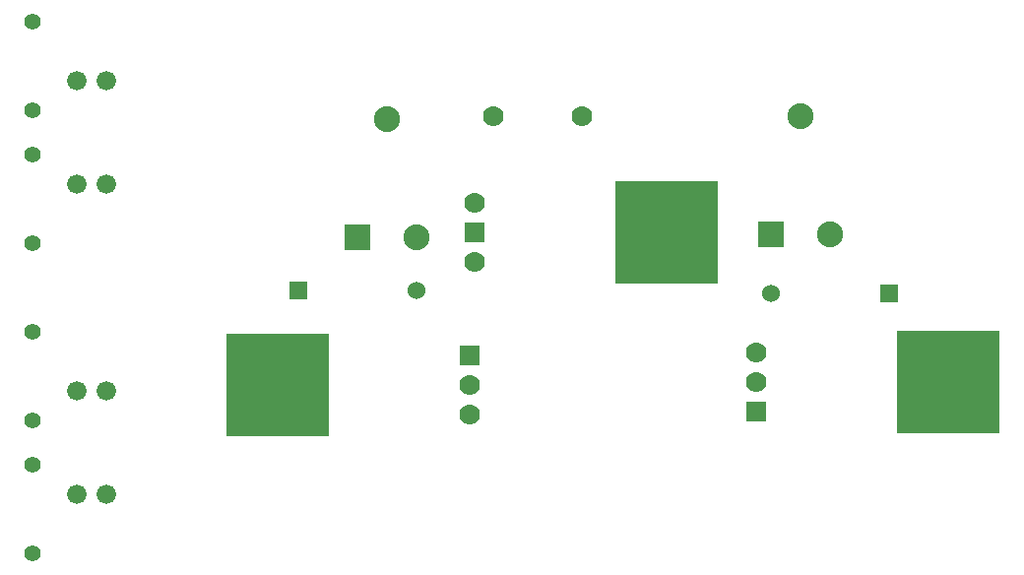
<source format=gbs>
G04 (created by PCBNEW (2013-07-07 BZR 4022)-stable) date 1/3/2014 7:24:35 AM*
%MOIN*%
G04 Gerber Fmt 3.4, Leading zero omitted, Abs format*
%FSLAX34Y34*%
G01*
G70*
G90*
G04 APERTURE LIST*
%ADD10C,0.00590551*%
%ADD11R,0.07X0.07*%
%ADD12C,0.07*%
%ADD13R,0.35X0.35*%
%ADD14C,0.055*%
%ADD15C,0.0882*%
%ADD16R,0.0882X0.0882*%
%ADD17C,0.066*%
%ADD18R,0.06X0.06*%
%ADD19C,0.06*%
G04 APERTURE END LIST*
G54D10*
G54D11*
X35000Y-21200D03*
G54D12*
X35000Y-19200D03*
X35000Y-20200D03*
G54D13*
X41500Y-20200D03*
G54D11*
X25300Y-19300D03*
G54D12*
X25300Y-21300D03*
X25300Y-20300D03*
G54D13*
X18800Y-20300D03*
G54D14*
X10500Y-15500D03*
X10500Y-12500D03*
X10500Y-8000D03*
X10500Y-11000D03*
X10500Y-26000D03*
X10500Y-23000D03*
X10500Y-18500D03*
X10500Y-21500D03*
G54D15*
X36500Y-11200D03*
G54D16*
X35500Y-15200D03*
G54D15*
X37500Y-15200D03*
X22500Y-11300D03*
G54D16*
X21500Y-15300D03*
G54D15*
X23500Y-15300D03*
G54D13*
X31950Y-15150D03*
G54D12*
X25450Y-14150D03*
G54D11*
X25450Y-15150D03*
G54D12*
X25450Y-16150D03*
G54D17*
X13000Y-24000D03*
X12000Y-24000D03*
X13000Y-10000D03*
X12000Y-10000D03*
X13000Y-20500D03*
X12000Y-20500D03*
X13000Y-13500D03*
X12000Y-13500D03*
G54D18*
X19500Y-17100D03*
G54D19*
X23500Y-17100D03*
G54D18*
X39500Y-17200D03*
G54D19*
X35500Y-17200D03*
G54D12*
X29100Y-11200D03*
X26100Y-11200D03*
M02*

</source>
